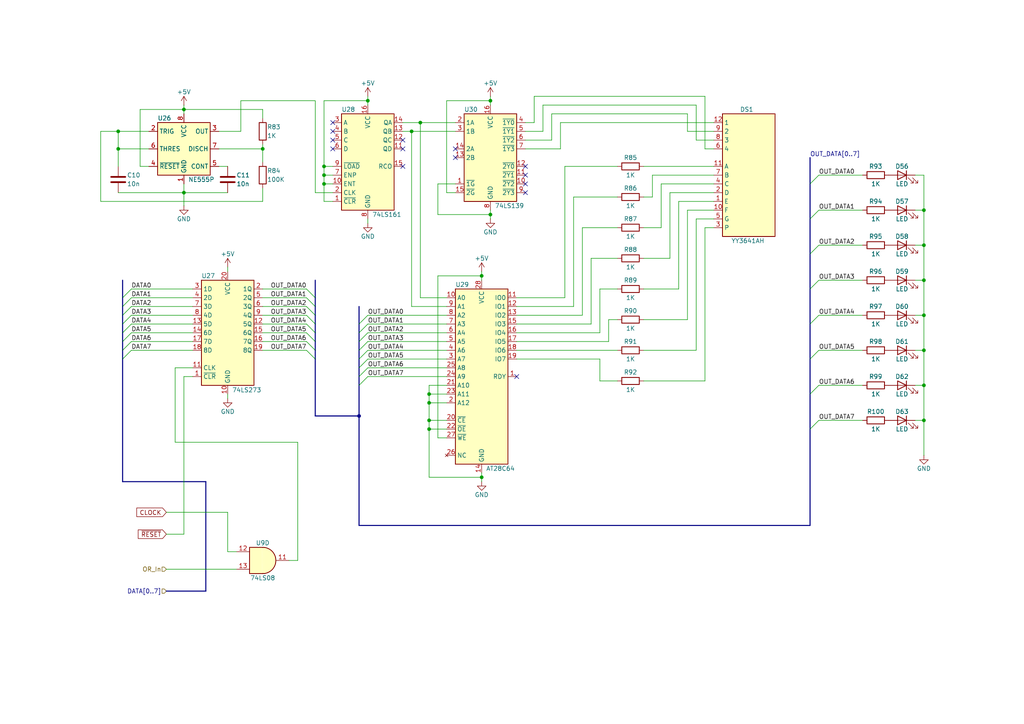
<source format=kicad_sch>
(kicad_sch (version 20231120) (generator "eeschema") (generator_version "8.0")
  (paper "A4")
  (title_block (title "8-Bit Computer - Output Register Module") (date "2024-03-10") (rev "1") (comment 1 "Creator: Matan Brightbert"))
  (lib_symbols
    (symbol "74xx:74LS08" (pin_names (offset 1.016))
      (property "Reference" "U" (at 0 1.27 0))
      (property "Value" "74LS08" (at 0 -1.27 0))
      (symbol "74LS08_1_1"
        (arc (start 0 -3.81) (mid 3.7934 0) (end 0 3.81) (stroke (width 0.254)) (fill (type background)))
        (polyline (pts (xy 0 3.81) (xy -3.81 3.81) (xy -3.81 -3.81) (xy 0 -3.81)) (stroke (width 0.254)) (fill (type background)))
        (pin input line (at -7.62 2.54 0) (length 3.81) (name "~") (number "1"))
        (pin input line (at -7.62 -2.54 0) (length 3.81) (name "~") (number "2"))
        (pin output line (at 7.62 0 180) (length 3.81) (name "~") (number "3"))
      )
      (symbol "74LS08_1_2"
        (arc (start -3.81 -3.81) (mid -2.589 0) (end -3.81 3.81) (stroke (width 0.254)))
        (arc (start -0.6096 -3.81) (mid 2.1842 -2.5851) (end 3.81 0) (stroke (width 0.254)) (fill (type background)))
        (polyline (pts (xy -3.81 -3.81) (xy -0.635 -3.81)) (stroke (width 0.254)) (fill (type background)))
        (polyline (pts (xy -3.81 3.81) (xy -0.635 3.81)) (stroke (width 0.254)) (fill (type background)))
        (polyline (pts (xy -0.635 3.81) (xy -3.81 3.81) (xy -3.81 3.81) (xy -3.556 3.4036) (xy -3.0226 2.2606) (xy -2.6924 1.0414) (xy -2.6162 -0.254) (xy -2.7686 -1.4986) (xy -3.175 -2.7178) (xy -3.81 -3.81) (xy -3.81 -3.81) (xy -0.635 -3.81)) (stroke (width -25.4)) (fill (type background)))
        (arc (start 3.81 0) (mid 2.1915 2.5936) (end -0.6096 3.81) (stroke (width 0.254)) (fill (type background)))
        (pin input inverted (at -7.62 2.54 0) (length 4.318) (name "~") (number "1"))
        (pin input inverted (at -7.62 -2.54 0) (length 4.318) (name "~") (number "2"))
        (pin output inverted (at 7.62 0 180) (length 3.81) (name "~") (number "3"))
      )
      (symbol "74LS08_2_1"
        (arc (start 0 -3.81) (mid 3.7934 0) (end 0 3.81) (stroke (width 0.254)) (fill (type background)))
        (polyline (pts (xy 0 3.81) (xy -3.81 3.81) (xy -3.81 -3.81) (xy 0 -3.81)) (stroke (width 0.254)) (fill (type background)))
        (pin input line (at -7.62 2.54 0) (length 3.81) (name "~") (number "4"))
        (pin input line (at -7.62 -2.54 0) (length 3.81) (name "~") (number "5"))
        (pin output line (at 7.62 0 180) (length 3.81) (name "~") (number "6"))
      )
      (symbol "74LS08_2_2"
        (arc (start -3.81 -3.81) (mid -2.589 0) (end -3.81 3.81) (stroke (width 0.254)))
        (arc (start -0.6096 -3.81) (mid 2.1842 -2.5851) (end 3.81 0) (stroke (width 0.254)) (fill (type background)))
        (polyline (pts (xy -3.81 -3.81) (xy -0.635 -3.81)) (stroke (width 0.254)) (fill (type background)))
        (polyline (pts (xy -3.81 3.81) (xy -0.635 3.81)) (stroke (width 0.254)) (fill (type background)))
        (polyline (pts (xy -0.635 3.81) (xy -3.81 3.81) (xy -3.81 3.81) (xy -3.556 3.4036) (xy -3.0226 2.2606) (xy -2.6924 1.0414) (xy -2.6162 -0.254) (xy -2.7686 -1.4986) (xy -3.175 -2.7178) (xy -3.81 -3.81) (xy -3.81 -3.81) (xy -0.635 -3.81)) (stroke (width -25.4)) (fill (type background)))
        (arc (start 3.81 0) (mid 2.1915 2.5936) (end -0.6096 3.81) (stroke (width 0.254)) (fill (type background)))
        (pin input inverted (at -7.62 2.54 0) (length 4.318) (name "~") (number "4"))
        (pin input inverted (at -7.62 -2.54 0) (length 4.318) (name "~") (number "5"))
        (pin output inverted (at 7.62 0 180) (length 3.81) (name "~") (number "6"))
      )
      (symbol "74LS08_3_1"
        (arc (start 0 -3.81) (mid 3.7934 0) (end 0 3.81) (stroke (width 0.254)) (fill (type background)))
        (polyline (pts (xy 0 3.81) (xy -3.81 3.81) (xy -3.81 -3.81) (xy 0 -3.81)) (stroke (width 0.254)) (fill (type background)))
        (pin input line (at -7.62 -2.54 0) (length 3.81) (name "~") (number "10"))
        (pin output line (at 7.62 0 180) (length 3.81) (name "~") (number "8"))
        (pin input line (at -7.62 2.54 0) (length 3.81) (name "~") (number "9"))
      )
      (symbol "74LS08_3_2"
        (arc (start -3.81 -3.81) (mid -2.589 0) (end -3.81 3.81) (stroke (width 0.254)))
        (arc (start -0.6096 -3.81) (mid 2.1842 -2.5851) (end 3.81 0) (stroke (width 0.254)) (fill (type background)))
        (polyline (pts (xy -3.81 -3.81) (xy -0.635 -3.81)) (stroke (width 0.254)) (fill (type background)))
        (polyline (pts (xy -3.81 3.81) (xy -0.635 3.81)) (stroke (width 0.254)) (fill (type background)))
        (polyline (pts (xy -0.635 3.81) (xy -3.81 3.81) (xy -3.81 3.81) (xy -3.556 3.4036) (xy -3.0226 2.2606) (xy -2.6924 1.0414) (xy -2.6162 -0.254) (xy -2.7686 -1.4986) (xy -3.175 -2.7178) (xy -3.81 -3.81) (xy -3.81 -3.81) (xy -0.635 -3.81)) (stroke (width -25.4)) (fill (type background)))
        (arc (start 3.81 0) (mid 2.1915 2.5936) (end -0.6096 3.81) (stroke (width 0.254)) (fill (type background)))
        (pin input inverted (at -7.62 -2.54 0) (length 4.318) (name "~") (number "10"))
        (pin output inverted (at 7.62 0 180) (length 3.81) (name "~") (number "8"))
        (pin input inverted (at -7.62 2.54 0) (length 4.318) (name "~") (number "9"))
      )
      (symbol "74LS08_4_1"
        (arc (start 0 -3.81) (mid 3.7934 0) (end 0 3.81) (stroke (width 0.254)) (fill (type background)))
        (polyline (pts (xy 0 3.81) (xy -3.81 3.81) (xy -3.81 -3.81) (xy 0 -3.81)) (stroke (width 0.254)) (fill (type background)))
        (pin output line (at 7.62 0 180) (length 3.81) (name "~") (number "11"))
        (pin input line (at -7.62 2.54 0) (length 3.81) (name "~") (number "12"))
        (pin input line (at -7.62 -2.54 0) (length 3.81) (name "~") (number "13"))
      )
      (symbol "74LS08_4_2"
        (arc (start -3.81 -3.81) (mid -2.589 0) (end -3.81 3.81) (stroke (width 0.254)))
        (arc (start -0.6096 -3.81) (mid 2.1842 -2.5851) (end 3.81 0) (stroke (width 0.254)) (fill (type background)))
        (polyline (pts (xy -3.81 -3.81) (xy -0.635 -3.81)) (stroke (width 0.254)) (fill (type background)))
        (polyline (pts (xy -3.81 3.81) (xy -0.635 3.81)) (stroke (width 0.254)) (fill (type background)))
        (polyline (pts (xy -0.635 3.81) (xy -3.81 3.81) (xy -3.81 3.81) (xy -3.556 3.4036) (xy -3.0226 2.2606) (xy -2.6924 1.0414) (xy -2.6162 -0.254) (xy -2.7686 -1.4986) (xy -3.175 -2.7178) (xy -3.81 -3.81) (xy -3.81 -3.81) (xy -0.635 -3.81)) (stroke (width -25.4)) (fill (type background)))
        (arc (start 3.81 0) (mid 2.1915 2.5936) (end -0.6096 3.81) (stroke (width 0.254)) (fill (type background)))
        (pin output inverted (at 7.62 0 180) (length 3.81) (name "~") (number "11"))
        (pin input inverted (at -7.62 2.54 0) (length 4.318) (name "~") (number "12"))
        (pin input inverted (at -7.62 -2.54 0) (length 4.318) (name "~") (number "13"))
      )
      (symbol "74LS08_5_0"
        (pin power_in line (at 0 12.7 270) (length 5.08) (name "VCC") (number "14"))
        (pin power_in line (at 0 -12.7 90) (length 5.08) (name "GND") (number "7"))
      )
      (symbol "74LS08_5_1"
        (rectangle (start -5.08 7.62) (end 5.08 -7.62) (stroke (width 0.254)) (fill (type background)))
      )
    )
    (symbol "Custom:74LS139"
      (property "Reference" "U" (at -7.62 13.97 0))
      (property "Value" "74LS139" (at 1.27 -13.97 0))
      (symbol "74LS139_0_1"
        (rectangle (start -7.62 12.7) (end 7.62 -12.7) (stroke (width 0.254)) (fill (type background)))
      )
      (symbol "74LS139_1_1"
        (pin input line (at -10.16 -7.62 0) (length 2.54) (name "~{1G}") (number "1"))
        (pin tri_state line (at 10.16 -7.62 180) (length 2.54) (name "~{2Y2}") (number "10"))
        (pin tri_state line (at 10.16 -5.08 180) (length 2.54) (name "~{2Y1}") (number "11"))
        (pin tri_state line (at 10.16 -2.54 180) (length 2.54) (name "~{2Y0}") (number "12"))
        (pin input line (at -10.16 0 0) (length 2.54) (name "2B") (number "13"))
        (pin input line (at -10.16 2.54 0) (length 2.54) (name "2A") (number "14"))
        (pin input line (at -10.16 -10.16 0) (length 2.54) (name "~{2G}") (number "15"))
        (pin power_in line (at 0 15.24 270) (length 2.54) (name "VCC") (number "16"))
        (pin input line (at -10.16 10.16 0) (length 2.54) (name "1A") (number "2"))
        (pin input line (at -10.16 7.62 0) (length 2.54) (name "1B") (number "3"))
        (pin tri_state line (at 10.16 10.16 180) (length 2.54) (name "~{1Y0}") (number "4"))
        (pin tri_state line (at 10.16 7.62 180) (length 2.54) (name "~{1Y1}") (number "5"))
        (pin tri_state line (at 10.16 5.08 180) (length 2.54) (name "~{1Y2}") (number "6"))
        (pin tri_state line (at 10.16 2.54 180) (length 2.54) (name "~{1Y3}") (number "7"))
        (pin power_in line (at 0 -15.24 90) (length 2.54) (name "GND") (number "8"))
        (pin tri_state line (at 10.16 -10.16 180) (length 2.54) (name "~{2Y3}") (number "9"))
      )
    )
    (symbol "Custom:74LS161"
      (property "Reference" "U" (at -7.62 15.24 0))
      (property "Value" "74LS161" (at 1.27 -15.24 0))
      (symbol "74LS161_0_1"
        (rectangle (start -7.62 13.97) (end 7.62 -13.97) (stroke (width 0.254)) (fill (type background)))
      )
      (symbol "74LS161_1_1"
        (pin input line (at -10.16 -11.43 0) (length 2.54) (name "~{CLR}") (number "1"))
        (pin input line (at -10.16 -6.35 0) (length 2.54) (name "ENT") (number "10"))
        (pin output line (at 10.16 3.81 180) (length 2.54) (name "QD") (number "11"))
        (pin output line (at 10.16 6.35 180) (length 2.54) (name "QC") (number "12"))
        (pin output line (at 10.16 8.89 180) (length 2.54) (name "QB") (number "13"))
        (pin output line (at 10.16 11.43 180) (length 2.54) (name "QA") (number "14"))
        (pin output line (at 10.16 -1.27 180) (length 2.54) (name "RCO") (number "15"))
        (pin power_in line (at 0 16.51 270) (length 2.54) (name "VCC") (number "16"))
        (pin input line (at -10.16 -8.89 0) (length 2.54) (name "CLK") (number "2"))
        (pin input line (at -10.16 11.43 0) (length 2.54) (name "A") (number "3"))
        (pin input line (at -10.16 8.89 0) (length 2.54) (name "B") (number "4"))
        (pin input line (at -10.16 6.35 0) (length 2.54) (name "C") (number "5"))
        (pin input line (at -10.16 3.81 0) (length 2.54) (name "D") (number "6"))
        (pin input line (at -10.16 -3.81 0) (length 2.54) (name "ENP") (number "7"))
        (pin power_in line (at 0 -16.51 90) (length 2.54) (name "GND") (number "8"))
        (pin input line (at -10.16 -1.27 0) (length 2.54) (name "~{LOAD}") (number "9"))
      )
    )
    (symbol "Custom:74LS273"
      (property "Reference" "U" (at -7.62 16.51 0))
      (property "Value" "74LS273" (at 1.27 -16.51 0))
      (symbol "74LS273_0_1"
        (rectangle (start -7.62 15.24) (end 7.62 -15.24) (stroke (width 0.254)) (fill (type background)))
      )
      (symbol "74LS273_1_1"
        (pin input line (at -10.16 -12.7 0) (length 2.54) (name "~{CLR}") (number "1"))
        (pin power_in line (at 0 -17.78 90) (length 2.54) (name "GND") (number "10"))
        (pin input line (at -10.16 -10.16 0) (length 2.54) (name "CLK") (number "11"))
        (pin output line (at 10.16 2.54 180) (length 2.54) (name "5Q") (number "12"))
        (pin input line (at -10.16 2.54 0) (length 2.54) (name "5D") (number "13"))
        (pin input line (at -10.16 0 0) (length 2.54) (name "6D") (number "14"))
        (pin output line (at 10.16 0 180) (length 2.54) (name "6Q") (number "15"))
        (pin output line (at 10.16 -2.54 180) (length 2.54) (name "7Q") (number "16"))
        (pin input line (at -10.16 -2.54 0) (length 2.54) (name "7D") (number "17"))
        (pin input line (at -10.16 -5.08 0) (length 2.54) (name "8D") (number "18"))
        (pin output line (at 10.16 -5.08 180) (length 2.54) (name "8Q") (number "19"))
        (pin output line (at 10.16 12.7 180) (length 2.54) (name "1Q") (number "2"))
        (pin power_in line (at 0 17.78 270) (length 2.54) (name "VCC") (number "20"))
        (pin input line (at -10.16 12.7 0) (length 2.54) (name "1D") (number "3"))
        (pin input line (at -10.16 10.16 0) (length 2.54) (name "2D") (number "4"))
        (pin output line (at 10.16 10.16 180) (length 2.54) (name "2Q") (number "5"))
        (pin output line (at 10.16 7.62 180) (length 2.54) (name "3Q") (number "6"))
        (pin input line (at -10.16 7.62 0) (length 2.54) (name "3D") (number "7"))
        (pin input line (at -10.16 5.08 0) (length 2.54) (name "4D") (number "8"))
        (pin output line (at 10.16 5.08 180) (length 2.54) (name "4Q") (number "9"))
      )
    )
    (symbol "Custom:AT28C64"
      (property "Reference" "U" (at -7.62 26.67 0))
      (property "Value" "AT28C64" (at 1.27 -26.67 0))
      (symbol "AT28C64_0_1"
        (rectangle (start -7.62 25.4) (end 7.62 -25.4) (stroke (width 0.254)) (fill (type background)))
      )
      (symbol "AT28C64_1_1"
        (pin output line (at 10.16 0 180) (length 2.54) (name "RDY") (number "1"))
        (pin input line (at -10.16 22.86 0) (length 2.54) (name "A0") (number "10"))
        (pin bidirectional line (at 10.16 22.86 180) (length 2.54) (name "IO0") (number "11"))
        (pin bidirectional line (at 10.16 20.32 180) (length 2.54) (name "IO1") (number "12"))
        (pin bidirectional line (at 10.16 17.78 180) (length 2.54) (name "IO2") (number "13"))
        (pin power_in line (at 0 -27.94 90) (length 2.54) (name "GND") (number "14"))
        (pin bidirectional line (at 10.16 15.24 180) (length 2.54) (name "IO3") (number "15"))
        (pin bidirectional line (at 10.16 12.7 180) (length 2.54) (name "IO4") (number "16"))
        (pin bidirectional line (at 10.16 10.16 180) (length 2.54) (name "IO5") (number "17"))
        (pin bidirectional line (at 10.16 7.62 180) (length 2.54) (name "IO6") (number "18"))
        (pin bidirectional line (at 10.16 5.08 180) (length 2.54) (name "IO7") (number "19"))
        (pin input line (at -10.16 -7.62 0) (length 2.54) (name "A12") (number "2"))
        (pin input line (at -10.16 -12.7 0) (length 2.54) (name "~{CE}") (number "20"))
        (pin input line (at -10.16 -2.54 0) (length 2.54) (name "A10") (number "21"))
        (pin input line (at -10.16 -15.24 0) (length 2.54) (name "~{OE}") (number "22"))
        (pin input line (at -10.16 -5.08 0) (length 2.54) (name "A11") (number "23"))
        (pin input line (at -10.16 0 0) (length 2.54) (name "A9") (number "24"))
        (pin input line (at -10.16 2.54 0) (length 2.54) (name "A8") (number "25"))
        (pin no_connect line (at -10.16 -22.86 0) (length 2.54) (name "NC") (number "26"))
        (pin input line (at -10.16 -17.78 0) (length 2.54) (name "~{WE}") (number "27"))
        (pin power_in line (at 0 27.94 270) (length 2.54) (name "VCC") (number "28"))
        (pin input line (at -10.16 5.08 0) (length 2.54) (name "A7") (number "3"))
        (pin input line (at -10.16 7.62 0) (length 2.54) (name "A6") (number "4"))
        (pin input line (at -10.16 10.16 0) (length 2.54) (name "A5") (number "5"))
        (pin input line (at -10.16 12.7 0) (length 2.54) (name "A4") (number "6"))
        (pin input line (at -10.16 15.24 0) (length 2.54) (name "A3") (number "7"))
        (pin input line (at -10.16 17.78 0) (length 2.54) (name "A2") (number "8"))
        (pin input line (at -10.16 20.32 0) (length 2.54) (name "A1") (number "9"))
      )
    )
    (symbol "Custom:NE555P"
      (property "Reference" "U" (at -7.62 8.89 0))
      (property "Value" "NE555P" (at 1.27 -8.89 0))
      (symbol "NE555P_0_1"
        (rectangle (start -7.62 7.62) (end 7.62 -7.62) (stroke (width 0.254)) (fill (type background)))
      )
      (symbol "NE555P_1_1"
        (pin power_in line (at 0 -10.16 90) (length 2.54) (name "GND") (number "1"))
        (pin input line (at -10.16 5.08 0) (length 2.54) (name "TRIG") (number "2"))
        (pin output line (at 10.16 5.08 180) (length 2.54) (name "OUT") (number "3"))
        (pin input line (at -10.16 -5.08 0) (length 2.54) (name "~{RESET}") (number "4"))
        (pin bidirectional line (at 10.16 -5.08 180) (length 2.54) (name "CONT") (number "5"))
        (pin input line (at -10.16 0 0) (length 2.54) (name "THRES") (number "6"))
        (pin output line (at 10.16 0 180) (length 2.54) (name "DISCH") (number "7"))
        (pin power_in line (at 0 10.16 270) (length 2.54) (name "VCC") (number "8"))
      )
    )
    (symbol "Custom:YY3641AH"
      (property "Reference" "DS" (at -7.62 19.05 0))
      (property "Value" "YY3641AH" (at 1.27 -19.05 0))
      (symbol "YY3641AH_0_1"
        (rectangle (start -7.62 17.78) (end 7.62 -17.78) (stroke (width 0.254)) (fill (type background)))
      )
      (symbol "YY3641AH_1_1"
        (pin passive line (at -10.16 -7.62 0) (length 2.54) (name "E") (number "1"))
        (pin passive line (at -10.16 -10.16 0) (length 2.54) (name "F") (number "10"))
        (pin passive line (at -10.16 2.54 0) (length 2.54) (name "A") (number "11"))
        (pin passive line (at -10.16 15.24 0) (length 2.54) (name "1") (number "12"))
        (pin passive line (at -10.16 -5.08 0) (length 2.54) (name "D") (number "2"))
        (pin passive line (at -10.16 -15.24 0) (length 2.54) (name "P") (number "3"))
        (pin passive line (at -10.16 -2.54 0) (length 2.54) (name "C") (number "4"))
        (pin passive line (at -10.16 -12.7 0) (length 2.54) (name "G") (number "5"))
        (pin passive line (at -10.16 7.62 0) (length 2.54) (name "4") (number "6"))
        (pin passive line (at -10.16 0 0) (length 2.54) (name "B") (number "7"))
        (pin passive line (at -10.16 10.16 0) (length 2.54) (name "3") (number "8"))
        (pin passive line (at -10.16 12.7 0) (length 2.54) (name "2") (number "9"))
      )
    )
    (symbol "Device:C" (pin_numbers hide) (pin_names (offset 0.254))
      (property "Reference" "C" (at 0.635 2.54 0))
      (property "Value" "C" (at 0.635 -2.54 0))
      (symbol "C_0_1"
        (polyline (pts (xy -2.032 -0.762) (xy 2.032 -0.762)) (stroke (width 0.508)))
        (polyline (pts (xy -2.032 0.762) (xy 2.032 0.762)) (stroke (width 0.508)))
      )
      (symbol "C_1_1"
        (pin passive line (at 0 3.81 270) (length 2.794) (name "~") (number "1"))
        (pin passive line (at 0 -3.81 90) (length 2.794) (name "~") (number "2"))
      )
    )
    (symbol "Device:LED" (pin_numbers hide) (pin_names (offset 1.016) hide)
      (property "Reference" "D" (at 0 2.54 0))
      (property "Value" "LED" (at 0 -2.54 0))
      (symbol "LED_0_1"
        (polyline (pts (xy -1.27 -1.27) (xy -1.27 1.27)) (stroke (width 0.254)))
        (polyline (pts (xy -1.27 0) (xy 1.27 0)))
        (polyline (pts (xy 1.27 -1.27) (xy 1.27 1.27) (xy -1.27 0) (xy 1.27 -1.27)) (stroke (width 0.254)))
        (polyline (pts (xy -3.048 -0.762) (xy -4.572 -2.286) (xy -3.81 -2.286) (xy -4.572 -2.286) (xy -4.572 -1.524)))
        (polyline (pts (xy -1.778 -0.762) (xy -3.302 -2.286) (xy -2.54 -2.286) (xy -3.302 -2.286) (xy -3.302 -1.524)))
      )
      (symbol "LED_1_1"
        (pin passive line (at -3.81 0 0) (length 2.54) (name "K") (number "1"))
        (pin passive line (at 3.81 0 180) (length 2.54) (name "A") (number "2"))
      )
    )
    (symbol "Device:R" (pin_numbers hide) (pin_names (offset 0))
      (property "Reference" "R" (at 2.032 0 90))
      (property "Value" "R" (at 0 0 90))
      (symbol "R_0_1"
        (rectangle (start -1.016 -2.54) (end 1.016 2.54) (stroke (width 0.254)))
      )
      (symbol "R_1_1"
        (pin passive line (at 0 3.81 270) (length 1.27) (name "~") (number "1"))
        (pin passive line (at 0 -3.81 90) (length 1.27) (name "~") (number "2"))
      )
    )
    (symbol "power:+5V" (power) (pin_numbers hide) (pin_names (offset 0) hide)
      (property "Value" "+5V" (at 0 3.556 0))
      (symbol "+5V_0_1"
        (polyline (pts (xy -0.762 1.27) (xy 0 2.54)))
        (polyline (pts (xy 0 0) (xy 0 2.54)))
        (polyline (pts (xy 0 2.54) (xy 0.762 1.27)))
      )
      (symbol "+5V_1_1"
        (pin power_in line (at 0 0 90) (length 0) (name "~") (number "1"))
      )
    )
    (symbol "power:GND" (power) (pin_numbers hide) (pin_names (offset 0) hide)
      (property "Value" "GND" (at 0 -3.81 0))
      (symbol "GND_0_1"
        (polyline (pts (xy 0 0) (xy 0 -1.27) (xy 1.27 -1.27) (xy 0 -2.54) (xy -1.27 -1.27) (xy 0 -1.27)))
      )
      (symbol "GND_1_1"
        (pin power_in line (at 0 0 270) (length 0) (name "~") (number "1"))
      )
    )
  )
  (junction (at 34.29 43.18))
  (junction (at 104.14 120.65))
  (junction (at 267.97 81.28))
  (junction (at 124.46 124.46))
  (junction (at 124.46 121.92))
  (junction (at 121.92 35.56))
  (junction (at 267.97 91.44))
  (junction (at 142.24 62.23))
  (junction (at 119.38 38.1))
  (junction (at 267.97 71.12))
  (junction (at 93.98 50.8))
  (junction (at 142.24 29.21))
  (junction (at 267.97 101.6))
  (junction (at 267.97 111.76))
  (junction (at 53.34 55.88))
  (junction (at 93.98 48.26))
  (junction (at 267.97 60.96))
  (junction (at 34.29 38.1))
  (junction (at 53.34 31.75))
  (junction (at 267.97 121.92))
  (junction (at 76.2 43.18))
  (junction (at 139.7 138.43))
  (junction (at 93.98 53.34))
  (junction (at 106.68 29.21))
  (junction (at 124.46 116.84))
  (junction (at 139.7 80.01))
  (junction (at 124.46 114.3))
  (no_connect (at 132.08 45.72))
  (no_connect (at 152.4 50.8))
  (no_connect (at 116.84 48.26))
  (no_connect (at 96.52 40.64))
  (no_connect (at 96.52 43.18))
  (no_connect (at 116.84 43.18))
  (no_connect (at 149.86 109.22))
  (no_connect (at 152.4 55.88))
  (no_connect (at 116.84 40.64))
  (no_connect (at 132.08 43.18))
  (no_connect (at 152.4 53.34))
  (no_connect (at 96.52 38.1))
  (no_connect (at 96.52 35.56))
  (no_connect (at 152.4 48.26))
  (bus_entry (at 106.68 104.14) (size -2.54 2.54))
  (bus_entry (at 38.1 86.36) (size -2.54 2.54))
  (bus_entry (at 106.68 91.44) (size -2.54 2.54))
  (bus_entry (at 38.1 83.82) (size -2.54 2.54))
  (bus_entry (at 88.9 96.52) (size 2.54 2.54))
  (bus_entry (at 88.9 91.44) (size 2.54 2.54))
  (bus_entry (at 88.9 93.98) (size 2.54 2.54))
  (bus_entry (at 237.49 91.44) (size -2.54 2.54))
  (bus_entry (at 106.68 101.6) (size -2.54 2.54))
  (bus_entry (at 38.1 96.52) (size -2.54 2.54))
  (bus_entry (at 38.1 99.06) (size -2.54 2.54))
  (bus_entry (at 237.49 81.28) (size -2.54 2.54))
  (bus_entry (at 106.68 106.68) (size -2.54 2.54))
  (bus_entry (at 38.1 101.6) (size -2.54 2.54))
  (bus_entry (at 237.49 60.96) (size -2.54 2.54))
  (bus_entry (at 38.1 91.44) (size -2.54 2.54))
  (bus_entry (at 38.1 93.98) (size -2.54 2.54))
  (bus_entry (at 237.49 50.8) (size -2.54 2.54))
  (bus_entry (at 38.1 88.9) (size -2.54 2.54))
  (bus_entry (at 237.49 111.76) (size -2.54 2.54))
  (bus_entry (at 237.49 101.6) (size -2.54 2.54))
  (bus_entry (at 88.9 101.6) (size 2.54 2.54))
  (bus_entry (at 106.68 109.22) (size -2.54 2.54))
  (bus_entry (at 88.9 99.06) (size 2.54 2.54))
  (bus_entry (at 106.68 96.52) (size -2.54 2.54))
  (bus_entry (at 106.68 93.98) (size -2.54 2.54))
  (bus_entry (at 106.68 99.06) (size -2.54 2.54))
  (bus_entry (at 88.9 86.36) (size 2.54 2.54))
  (bus_entry (at 237.49 121.92) (size -2.54 2.54))
  (bus_entry (at 88.9 83.82) (size 2.54 2.54))
  (bus_entry (at 237.49 71.12) (size -2.54 2.54))
  (bus_entry (at 88.9 88.9) (size 2.54 2.54))
  (bus (pts (xy 35.56 93.98) (xy 35.56 96.52)))
  (wire (pts (xy 53.34 31.75) (xy 76.2 31.75)))
  (bus (pts (xy 91.44 96.52) (xy 91.44 99.06)))
  (wire (pts (xy 186.69 57.15) (xy 189.23 57.15)))
  (wire (pts (xy 265.43 91.44) (xy 267.97 91.44)))
  (wire (pts (xy 50.8 106.68) (xy 50.8 128.27)))
  (wire (pts (xy 106.68 104.14) (xy 129.54 104.14)))
  (wire (pts (xy 250.19 111.76) (xy 237.49 111.76)))
  (wire (pts (xy 189.23 57.15) (xy 189.23 50.8)))
  (bus (pts (xy 234.95 124.46) (xy 234.95 152.4)))
  (wire (pts (xy 160.02 33.02) (xy 199.39 33.02)))
  (wire (pts (xy 163.83 48.26) (xy 179.07 48.26)))
  (wire (pts (xy 129.54 127) (xy 127 127)))
  (bus (pts (xy 234.95 83.82) (xy 234.95 93.98)))
  (wire (pts (xy 162.56 35.56) (xy 207.01 35.56)))
  (wire (pts (xy 69.85 29.21) (xy 91.44 29.21)))
  (wire (pts (xy 86.36 128.27) (xy 86.36 162.56)))
  (wire (pts (xy 53.34 59.69) (xy 53.34 55.88)))
  (wire (pts (xy 142.24 63.5) (xy 142.24 62.23)))
  (wire (pts (xy 176.53 92.71) (xy 179.07 92.71)))
  (wire (pts (xy 34.29 38.1) (xy 43.18 38.1)))
  (bus (pts (xy 91.44 93.98) (xy 91.44 96.52)))
  (wire (pts (xy 199.39 33.02) (xy 199.39 38.1)))
  (wire (pts (xy 127 127) (xy 127 80.01)))
  (bus (pts (xy 234.95 45.72) (xy 234.95 53.34)))
  (wire (pts (xy 53.34 55.88) (xy 66.04 55.88)))
  (bus (pts (xy 104.14 106.68) (xy 104.14 109.22)))
  (wire (pts (xy 91.44 55.88) (xy 96.52 55.88)))
  (wire (pts (xy 267.97 60.96) (xy 267.97 71.12)))
  (wire (pts (xy 186.69 74.93) (xy 194.31 74.93)))
  (bus (pts (xy 104.14 88.9) (xy 104.14 93.98)))
  (wire (pts (xy 139.7 137.16) (xy 139.7 138.43)))
  (wire (pts (xy 106.68 27.94) (xy 106.68 29.21)))
  (bus (pts (xy 104.14 96.52) (xy 104.14 99.06)))
  (wire (pts (xy 267.97 101.6) (xy 265.43 101.6)))
  (wire (pts (xy 124.46 114.3) (xy 124.46 116.84)))
  (bus (pts (xy 91.44 81.28) (xy 91.44 86.36)))
  (wire (pts (xy 63.5 43.18) (xy 76.2 43.18)))
  (wire (pts (xy 76.2 58.42) (xy 76.2 54.61)))
  (wire (pts (xy 267.97 81.28) (xy 265.43 81.28)))
  (wire (pts (xy 250.19 60.96) (xy 237.49 60.96)))
  (wire (pts (xy 132.08 53.34) (xy 127 53.34)))
  (wire (pts (xy 76.2 43.18) (xy 76.2 46.99)))
  (wire (pts (xy 106.68 64.77) (xy 106.68 63.5)))
  (bus (pts (xy 91.44 88.9) (xy 91.44 91.44)))
  (wire (pts (xy 194.31 74.93) (xy 194.31 55.88)))
  (wire (pts (xy 149.86 101.6) (xy 179.07 101.6)))
  (wire (pts (xy 124.46 124.46) (xy 124.46 138.43)))
  (wire (pts (xy 34.29 38.1) (xy 29.21 38.1)))
  (wire (pts (xy 124.46 116.84) (xy 124.46 121.92)))
  (wire (pts (xy 267.97 111.76) (xy 265.43 111.76)))
  (wire (pts (xy 149.86 104.14) (xy 173.99 104.14)))
  (wire (pts (xy 142.24 60.96) (xy 142.24 62.23)))
  (wire (pts (xy 191.77 66.04) (xy 191.77 53.34)))
  (wire (pts (xy 142.24 27.94) (xy 142.24 29.21)))
  (wire (pts (xy 116.84 35.56) (xy 121.92 35.56)))
  (wire (pts (xy 127 53.34) (xy 127 62.23)))
  (wire (pts (xy 204.47 110.49) (xy 204.47 66.04)))
  (wire (pts (xy 76.2 99.06) (xy 88.9 99.06)))
  (wire (pts (xy 173.99 96.52) (xy 173.99 83.82)))
  (wire (pts (xy 76.2 88.9) (xy 88.9 88.9)))
  (wire (pts (xy 76.2 41.91) (xy 76.2 43.18)))
  (wire (pts (xy 157.48 30.48) (xy 201.93 30.48)))
  (bus (pts (xy 234.95 53.34) (xy 234.95 63.5)))
  (wire (pts (xy 48.26 148.59) (xy 66.04 148.59)))
  (wire (pts (xy 157.48 38.1) (xy 157.48 30.48)))
  (wire (pts (xy 53.34 31.75) (xy 53.34 33.02)))
  (wire (pts (xy 93.98 50.8) (xy 96.52 50.8)))
  (wire (pts (xy 166.37 88.9) (xy 166.37 57.15)))
  (bus (pts (xy 91.44 86.36) (xy 91.44 88.9)))
  (wire (pts (xy 106.68 96.52) (xy 129.54 96.52)))
  (wire (pts (xy 154.94 27.94) (xy 204.47 27.94)))
  (bus (pts (xy 35.56 139.7) (xy 59.69 139.7)))
  (wire (pts (xy 267.97 71.12) (xy 265.43 71.12)))
  (wire (pts (xy 34.29 43.18) (xy 43.18 43.18)))
  (wire (pts (xy 63.5 48.26) (xy 66.04 48.26)))
  (wire (pts (xy 53.34 55.88) (xy 53.34 53.34)))
  (wire (pts (xy 124.46 116.84) (xy 129.54 116.84)))
  (bus (pts (xy 91.44 104.14) (xy 91.44 120.65)))
  (wire (pts (xy 201.93 101.6) (xy 201.93 63.5)))
  (wire (pts (xy 152.4 38.1) (xy 157.48 38.1)))
  (bus (pts (xy 234.95 104.14) (xy 234.95 114.3)))
  (wire (pts (xy 121.92 35.56) (xy 132.08 35.56)))
  (bus (pts (xy 234.95 73.66) (xy 234.95 83.82)))
  (wire (pts (xy 186.69 92.71) (xy 199.39 92.71)))
  (wire (pts (xy 160.02 40.64) (xy 160.02 33.02)))
  (wire (pts (xy 166.37 57.15) (xy 179.07 57.15)))
  (wire (pts (xy 66.04 115.57) (xy 66.04 114.3)))
  (wire (pts (xy 127 80.01) (xy 139.7 80.01)))
  (wire (pts (xy 93.98 48.26) (xy 96.52 48.26)))
  (wire (pts (xy 173.99 110.49) (xy 179.07 110.49)))
  (wire (pts (xy 129.54 121.92) (xy 124.46 121.92)))
  (bus (pts (xy 35.56 104.14) (xy 35.56 139.7)))
  (bus (pts (xy 91.44 91.44) (xy 91.44 93.98)))
  (bus (pts (xy 234.95 114.3) (xy 234.95 124.46)))
  (bus (pts (xy 35.56 81.28) (xy 35.56 86.36)))
  (wire (pts (xy 204.47 43.18) (xy 207.01 43.18)))
  (bus (pts (xy 104.14 93.98) (xy 104.14 96.52)))
  (wire (pts (xy 201.93 40.64) (xy 207.01 40.64)))
  (wire (pts (xy 34.29 55.88) (xy 53.34 55.88)))
  (wire (pts (xy 93.98 58.42) (xy 93.98 53.34)))
  (wire (pts (xy 86.36 162.56) (xy 83.82 162.56)))
  (wire (pts (xy 139.7 80.01) (xy 139.7 81.28)))
  (wire (pts (xy 38.1 83.82) (xy 55.88 83.82)))
  (wire (pts (xy 267.97 60.96) (xy 265.43 60.96)))
  (wire (pts (xy 119.38 38.1) (xy 119.38 88.9)))
  (wire (pts (xy 106.68 109.22) (xy 129.54 109.22)))
  (bus (pts (xy 104.14 101.6) (xy 104.14 104.14)))
  (wire (pts (xy 250.19 101.6) (xy 237.49 101.6)))
  (wire (pts (xy 38.1 88.9) (xy 55.88 88.9)))
  (wire (pts (xy 250.19 50.8) (xy 237.49 50.8)))
  (wire (pts (xy 267.97 81.28) (xy 267.97 91.44)))
  (wire (pts (xy 38.1 101.6) (xy 55.88 101.6)))
  (wire (pts (xy 201.93 63.5) (xy 207.01 63.5)))
  (wire (pts (xy 171.45 93.98) (xy 171.45 74.93)))
  (wire (pts (xy 76.2 83.82) (xy 88.9 83.82)))
  (wire (pts (xy 93.98 53.34) (xy 96.52 53.34)))
  (wire (pts (xy 40.64 48.26) (xy 40.64 31.75)))
  (wire (pts (xy 189.23 50.8) (xy 207.01 50.8)))
  (wire (pts (xy 38.1 93.98) (xy 55.88 93.98)))
  (wire (pts (xy 129.54 124.46) (xy 124.46 124.46)))
  (wire (pts (xy 267.97 121.92) (xy 265.43 121.92)))
  (bus (pts (xy 104.14 104.14) (xy 104.14 106.68)))
  (wire (pts (xy 66.04 77.47) (xy 66.04 78.74)))
  (wire (pts (xy 250.19 121.92) (xy 237.49 121.92)))
  (wire (pts (xy 106.68 106.68) (xy 129.54 106.68)))
  (wire (pts (xy 194.31 55.88) (xy 207.01 55.88)))
  (wire (pts (xy 267.97 50.8) (xy 267.97 60.96)))
  (wire (pts (xy 124.46 121.92) (xy 124.46 124.46)))
  (wire (pts (xy 173.99 104.14) (xy 173.99 110.49)))
  (wire (pts (xy 34.29 43.18) (xy 34.29 48.26)))
  (wire (pts (xy 196.85 83.82) (xy 196.85 58.42)))
  (wire (pts (xy 38.1 96.52) (xy 55.88 96.52)))
  (wire (pts (xy 250.19 81.28) (xy 237.49 81.28)))
  (wire (pts (xy 91.44 29.21) (xy 91.44 55.88)))
  (wire (pts (xy 267.97 111.76) (xy 267.97 121.92)))
  (bus (pts (xy 104.14 109.22) (xy 104.14 111.76)))
  (wire (pts (xy 106.68 29.21) (xy 106.68 30.48)))
  (wire (pts (xy 96.52 58.42) (xy 93.98 58.42)))
  (wire (pts (xy 139.7 78.74) (xy 139.7 80.01)))
  (bus (pts (xy 104.14 120.65) (xy 104.14 152.4)))
  (bus (pts (xy 35.56 91.44) (xy 35.56 93.98)))
  (wire (pts (xy 40.64 31.75) (xy 53.34 31.75)))
  (wire (pts (xy 186.69 48.26) (xy 207.01 48.26)))
  (wire (pts (xy 124.46 111.76) (xy 124.46 114.3)))
  (wire (pts (xy 149.86 88.9) (xy 166.37 88.9)))
  (wire (pts (xy 168.91 91.44) (xy 168.91 66.04)))
  (wire (pts (xy 173.99 83.82) (xy 179.07 83.82)))
  (wire (pts (xy 132.08 55.88) (xy 129.54 55.88)))
  (wire (pts (xy 204.47 66.04) (xy 207.01 66.04)))
  (wire (pts (xy 152.4 43.18) (xy 162.56 43.18)))
  (bus (pts (xy 59.69 171.45) (xy 48.26 171.45)))
  (wire (pts (xy 38.1 99.06) (xy 55.88 99.06)))
  (bus (pts (xy 35.56 96.52) (xy 35.56 99.06)))
  (wire (pts (xy 191.77 53.34) (xy 207.01 53.34)))
  (bus (pts (xy 35.56 101.6) (xy 35.56 104.14)))
  (wire (pts (xy 186.69 66.04) (xy 191.77 66.04)))
  (bus (pts (xy 59.69 139.7) (xy 59.69 171.45)))
  (bus (pts (xy 91.44 120.65) (xy 104.14 120.65)))
  (wire (pts (xy 53.34 30.48) (xy 53.34 31.75)))
  (wire (pts (xy 76.2 93.98) (xy 88.9 93.98)))
  (wire (pts (xy 129.54 86.36) (xy 121.92 86.36)))
  (wire (pts (xy 199.39 38.1) (xy 207.01 38.1)))
  (wire (pts (xy 267.97 71.12) (xy 267.97 81.28)))
  (wire (pts (xy 250.19 71.12) (xy 237.49 71.12)))
  (wire (pts (xy 93.98 50.8) (xy 93.98 48.26)))
  (wire (pts (xy 76.2 31.75) (xy 76.2 34.29)))
  (wire (pts (xy 106.68 101.6) (xy 129.54 101.6)))
  (wire (pts (xy 76.2 101.6) (xy 88.9 101.6)))
  (wire (pts (xy 76.2 91.44) (xy 88.9 91.44)))
  (wire (pts (xy 149.86 93.98) (xy 171.45 93.98)))
  (wire (pts (xy 186.69 101.6) (xy 201.93 101.6)))
  (wire (pts (xy 66.04 160.02) (xy 68.58 160.02)))
  (wire (pts (xy 149.86 99.06) (xy 176.53 99.06)))
  (wire (pts (xy 119.38 88.9) (xy 129.54 88.9)))
  (wire (pts (xy 106.68 99.06) (xy 129.54 99.06)))
  (wire (pts (xy 204.47 27.94) (xy 204.47 43.18)))
  (wire (pts (xy 29.21 58.42) (xy 76.2 58.42)))
  (wire (pts (xy 48.26 165.1) (xy 68.58 165.1)))
  (wire (pts (xy 69.85 38.1) (xy 69.85 29.21)))
  (wire (pts (xy 106.68 93.98) (xy 129.54 93.98)))
  (wire (pts (xy 93.98 29.21) (xy 106.68 29.21)))
  (wire (pts (xy 267.97 101.6) (xy 267.97 111.76)))
  (wire (pts (xy 121.92 86.36) (xy 121.92 35.56)))
  (bus (pts (xy 234.95 63.5) (xy 234.95 73.66)))
  (wire (pts (xy 116.84 38.1) (xy 119.38 38.1)))
  (wire (pts (xy 38.1 86.36) (xy 55.88 86.36)))
  (wire (pts (xy 176.53 99.06) (xy 176.53 92.71)))
  (wire (pts (xy 76.2 86.36) (xy 88.9 86.36)))
  (wire (pts (xy 129.54 111.76) (xy 124.46 111.76)))
  (wire (pts (xy 53.34 109.22) (xy 53.34 154.94)))
  (wire (pts (xy 55.88 106.68) (xy 50.8 106.68)))
  (wire (pts (xy 50.8 128.27) (xy 86.36 128.27)))
  (bus (pts (xy 91.44 99.06) (xy 91.44 101.6)))
  (wire (pts (xy 149.86 96.52) (xy 173.99 96.52)))
  (wire (pts (xy 106.68 91.44) (xy 129.54 91.44)))
  (wire (pts (xy 66.04 148.59) (xy 66.04 160.02)))
  (wire (pts (xy 53.34 154.94) (xy 48.26 154.94)))
  (wire (pts (xy 265.43 50.8) (xy 267.97 50.8)))
  (wire (pts (xy 124.46 114.3) (xy 129.54 114.3)))
  (wire (pts (xy 93.98 53.34) (xy 93.98 50.8)))
  (wire (pts (xy 129.54 29.21) (xy 142.24 29.21)))
  (wire (pts (xy 168.91 66.04) (xy 179.07 66.04)))
  (wire (pts (xy 267.97 91.44) (xy 267.97 101.6)))
  (wire (pts (xy 163.83 86.36) (xy 163.83 48.26)))
  (wire (pts (xy 201.93 30.48) (xy 201.93 40.64)))
  (wire (pts (xy 196.85 58.42) (xy 207.01 58.42)))
  (wire (pts (xy 186.69 83.82) (xy 196.85 83.82)))
  (wire (pts (xy 76.2 96.52) (xy 88.9 96.52)))
  (bus (pts (xy 104.14 99.06) (xy 104.14 101.6)))
  (wire (pts (xy 186.69 110.49) (xy 204.47 110.49)))
  (wire (pts (xy 119.38 38.1) (xy 132.08 38.1)))
  (wire (pts (xy 152.4 35.56) (xy 154.94 35.56)))
  (wire (pts (xy 63.5 38.1) (xy 69.85 38.1)))
  (wire (pts (xy 199.39 92.71) (xy 199.39 60.96)))
  (wire (pts (xy 162.56 43.18) (xy 162.56 35.56)))
  (wire (pts (xy 127 62.23) (xy 142.24 62.23)))
  (bus (pts (xy 234.95 93.98) (xy 234.95 104.14)))
  (wire (pts (xy 199.39 60.96) (xy 207.01 60.96)))
  (wire (pts (xy 124.46 138.43) (xy 139.7 138.43)))
  (wire (pts (xy 43.18 48.26) (xy 40.64 48.26)))
  (wire (pts (xy 154.94 35.56) (xy 154.94 27.94)))
  (wire (pts (xy 139.7 138.43) (xy 139.7 139.7)))
  (wire (pts (xy 171.45 74.93) (xy 179.07 74.93)))
  (wire (pts (xy 55.88 109.22) (xy 53.34 109.22)))
  (bus (pts (xy 35.56 86.36) (xy 35.56 88.9)))
  (wire (pts (xy 29.21 38.1) (xy 29.21 58.42)))
  (bus (pts (xy 91.44 101.6) (xy 91.44 104.14)))
  (bus (pts (xy 104.14 152.4) (xy 234.95 152.4)))
  (bus (pts (xy 104.14 111.76) (xy 104.14 120.65)))
  (wire (pts (xy 267.97 121.92) (xy 267.97 132.08)))
  (bus (pts (xy 35.56 88.9) (xy 35.56 91.44)))
  (wire (pts (xy 93.98 48.26) (xy 93.98 29.21)))
  (wire (pts (xy 34.29 38.1) (xy 34.29 43.18)))
  (wire (pts (xy 149.86 86.36) (xy 163.83 86.36)))
  (wire (pts (xy 152.4 40.64) (xy 160.02 40.64)))
  (wire (pts (xy 149.86 91.44) (xy 168.91 91.44)))
  (wire (pts (xy 38.1 91.44) (xy 55.88 91.44)))
  (wire (pts (xy 142.24 29.21) (xy 142.24 30.48)))
  (wire (pts (xy 250.19 91.44) (xy 237.49 91.44)))
  (bus (pts (xy 35.56 99.06) (xy 35.56 101.6)))
  (wire (pts (xy 129.54 55.88) (xy 129.54 29.21)))
  (label "OUT_DATA1" (at 106.68 93.98 0))
  (label "OUT_DATA[0..7]" (at 234.95 45.72 0))
  (label "OUT_DATA7" (at 106.68 109.22 0))
  (label "OUT_DATA7" (at 237.49 121.92 0))
  (label "OUT_DATA1" (at 88.9 86.36 180))
  (label "OUT_DATA7" (at 88.9 101.6 180))
  (label "OUT_DATA3" (at 106.68 99.06 0))
  (label "OUT_DATA2" (at 237.49 71.12 0))
  (label "DATA4" (at 38.1 93.98 0))
  (label "OUT_DATA6" (at 88.9 99.06 180))
  (label "OUT_DATA6" (at 106.68 106.68 0))
  (label "OUT_DATA5" (at 237.49 101.6 0))
  (label "DATA7" (at 38.1 101.6 0))
  (label "OUT_DATA6" (at 237.49 111.76 0))
  (label "OUT_DATA0" (at 237.49 50.8 0))
  (label "DATA0" (at 38.1 83.82 0))
  (label "OUT_DATA4" (at 88.9 93.98 180))
  (label "DATA3" (at 38.1 91.44 0))
  (label "OUT_DATA3" (at 88.9 91.44 180))
  (label "DATA6" (at 38.1 99.06 0))
  (label "DATA1" (at 38.1 86.36 0))
  (label "OUT_DATA2" (at 88.9 88.9 180))
  (label "OUT_DATA5" (at 88.9 96.52 180))
  (label "OUT_DATA3" (at 237.49 81.28 0))
  (label "DATA2" (at 38.1 88.9 0))
  (label "DATA5" (at 38.1 96.52 0))
  (label "OUT_DATA2" (at 106.68 96.52 0))
  (label "OUT_DATA4" (at 237.49 91.44 0))
  (label "OUT_DATA4" (at 106.68 101.6 0))
  (label "OUT_DATA5" (at 106.68 104.14 0))
  (label "OUT_DATA0" (at 106.68 91.44 0))
  (label "OUT_DATA0" (at 88.9 83.82 180))
  (label "OUT_DATA1" (at 237.49 60.96 0))
  (global_label "CLOCK" (shape input) (at 48.26 148.59 180) (property "Intersheetrefs" "${INTERSHEET_REFS}" (effects (hide yes))))
  (global_label "~{RESET}" (shape input) (at 48.26 154.94 180) (property "Intersheetrefs" "${INTERSHEET_REFS}" (effects (hide yes))))
  (hierarchical_label "DATA[0..7]" (shape input) (at 48.26 171.45 180))
  (hierarchical_label "OR_In" (shape input) (at 48.26 165.1 180))
  (symbol (lib_id "power:+5V") (at 53.34 30.48 0) (unit 1)
    (property "Reference" "#PWR058" (effects (hide yes)))
    (property "Value" "+5V" (at 53.34 26.67 0))
    (property "Description" "Power symbol creates a global label with name \"+5V\"" (effects (hide yes)))
  )
  (symbol (lib_id "Device:R") (at 254 50.8 90) (unit 1)
    (property "Reference" "R93" (at 254 48.26 90))
    (property "Value" "1K" (at 254 53.34 90))
    (property "Footprint" "Resistor_THT:R_Axial_DIN0207_L6.3mm_D2.5mm_P7.62mm_Horizontal" (effects (hide yes)))
    (property "Description" "Resistor" (effects (hide yes)))
  )
  (symbol (lib_id "Device:R") (at 182.88 48.26 90) (unit 1)
    (property "Reference" "R85" (at 182.88 45.72 90))
    (property "Value" "1K" (at 182.88 50.8 90))
    (property "Footprint" "Resistor_THT:R_Axial_DIN0207_L6.3mm_D2.5mm_P7.62mm_Horizontal" (effects (hide yes)))
    (property "Description" "Resistor" (effects (hide yes)))
  )
  (symbol (lib_id "Device:LED") (at 261.62 111.76 0) (mirror y) (unit 1)
    (property "Reference" "D62" (at 261.62 109.22 0))
    (property "Value" "LED" (at 261.62 114.3 0))
    (property "Footprint" "LED_THT:LED_D3.0mm" (effects (hide yes)))
    (property "Description" "Light emitting diode" (effects (hide yes)))
  )
  (symbol (lib_id "Device:R") (at 182.88 101.6 90) (unit 1)
    (property "Reference" "R91" (at 182.88 99.06 90))
    (property "Value" "1K" (at 182.88 104.14 90))
    (property "Footprint" "Resistor_THT:R_Axial_DIN0207_L6.3mm_D2.5mm_P7.62mm_Horizontal" (effects (hide yes)))
    (property "Description" "Resistor" (effects (hide yes)))
  )
  (symbol (lib_id "Device:R") (at 254 60.96 90) (unit 1)
    (property "Reference" "R94" (at 254 58.42 90))
    (property "Value" "1K" (at 254 63.5 90))
    (property "Footprint" "Resistor_THT:R_Axial_DIN0207_L6.3mm_D2.5mm_P7.62mm_Horizontal" (effects (hide yes)))
    (property "Description" "Resistor" (effects (hide yes)))
  )
  (symbol (lib_id "Device:C") (at 34.29 52.07 0) (unit 1)
    (property "Reference" "C10" (at 36.83 50.8 0) (effects (justify left)))
    (property "Value" "10n" (at 36.83 53.34 0) (effects (justify left)))
    (property "Footprint" "Capacitor_THT:C_Disc_D5.1mm_W3.2mm_P5.00mm" (effects (hide yes)))
    (property "Description" "Unpolarized capacitor" (effects (hide yes)))
  )
  (symbol (lib_id "Device:R") (at 182.88 57.15 90) (unit 1)
    (property "Reference" "R86" (at 182.88 54.61 90))
    (property "Value" "1K" (at 182.88 59.69 90))
    (property "Footprint" "Resistor_THT:R_Axial_DIN0207_L6.3mm_D2.5mm_P7.62mm_Horizontal" (effects (hide yes)))
    (property "Description" "Resistor" (effects (hide yes)))
  )
  (symbol (lib_id "Device:LED") (at 261.62 91.44 0) (mirror y) (unit 1)
    (property "Reference" "D60" (at 261.62 88.9 0))
    (property "Value" "LED" (at 261.62 93.98 0))
    (property "Footprint" "LED_THT:LED_D3.0mm" (effects (hide yes)))
    (property "Description" "Light emitting diode" (effects (hide yes)))
  )
  (symbol (lib_id "power:GND") (at 139.7 139.7 0) (unit 1)
    (property "Reference" "#PWR065" (effects (hide yes)))
    (property "Value" "GND" (at 139.7 143.51 0))
    (property "Description" "Power symbol creates a global label with name \"GND\" , ground" (effects (hide yes)))
  )
  (symbol (lib_id "74xx:74LS08") (at 76.2 162.56 0) (unit 4)
    (property "Reference" "U9" (at 76.2 157.48 0))
    (property "Value" "74LS08" (at 76.2 167.64 0))
    (property "Footprint" "Package_DIP:DIP-14_W7.62mm" (effects (hide yes)))
    (property "Datasheet" "http://www.ti.com/lit/gpn/sn74LS08" (effects (hide yes)))
    (property "Description" "Quad And2" (effects (hide yes)))
  )
  (symbol (lib_id "Device:R") (at 254 91.44 90) (unit 1)
    (property "Reference" "R97" (at 254 88.9 90))
    (property "Value" "1K" (at 254 93.98 90))
    (property "Footprint" "Resistor_THT:R_Axial_DIN0207_L6.3mm_D2.5mm_P7.62mm_Horizontal" (effects (hide yes)))
    (property "Description" "Resistor" (effects (hide yes)))
  )
  (symbol (lib_id "power:+5V") (at 66.04 77.47 0) (unit 1)
    (property "Reference" "#PWR060" (effects (hide yes)))
    (property "Value" "+5V" (at 66.04 73.66 0))
    (property "Description" "Power symbol creates a global label with name \"+5V\"" (effects (hide yes)))
  )
  (symbol (lib_id "Device:R") (at 254 101.6 90) (unit 1)
    (property "Reference" "R98" (at 254 99.06 90))
    (property "Value" "1K" (at 254 104.14 90))
    (property "Footprint" "Resistor_THT:R_Axial_DIN0207_L6.3mm_D2.5mm_P7.62mm_Horizontal" (effects (hide yes)))
    (property "Description" "Resistor" (effects (hide yes)))
  )
  (symbol (lib_id "Device:R") (at 182.88 74.93 90) (unit 1)
    (property "Reference" "R88" (at 182.88 72.39 90))
    (property "Value" "1K" (at 182.88 77.47 90))
    (property "Footprint" "Resistor_THT:R_Axial_DIN0207_L6.3mm_D2.5mm_P7.62mm_Horizontal" (effects (hide yes)))
    (property "Description" "Resistor" (effects (hide yes)))
  )
  (symbol (lib_id "Device:R") (at 76.2 50.8 0) (unit 1)
    (property "Reference" "R84" (at 77.47 49.53 0) (effects (justify left)))
    (property "Value" "100K" (at 77.47 52.07 0) (effects (justify left)))
    (property "Footprint" "Resistor_THT:R_Axial_DIN0207_L6.3mm_D2.5mm_P7.62mm_Horizontal" (effects (hide yes)))
    (property "Description" "Resistor" (effects (hide yes)))
  )
  (symbol (lib_id "Device:R") (at 182.88 66.04 90) (unit 1)
    (property "Reference" "R87" (at 182.88 63.5 90))
    (property "Value" "1K" (at 182.88 68.58 90))
    (property "Footprint" "Resistor_THT:R_Axial_DIN0207_L6.3mm_D2.5mm_P7.62mm_Horizontal" (effects (hide yes)))
    (property "Description" "Resistor" (effects (hide yes)))
  )
  (symbol (lib_id "power:+5V") (at 142.24 27.94 0) (unit 1)
    (property "Reference" "#PWR066" (effects (hide yes)))
    (property "Value" "+5V" (at 142.24 24.13 0))
    (property "Description" "Power symbol creates a global label with name \"+5V\"" (effects (hide yes)))
  )
  (symbol (lib_id "power:+5V") (at 139.7 78.74 0) (unit 1)
    (property "Reference" "#PWR064" (effects (hide yes)))
    (property "Value" "+5V" (at 139.7 74.93 0))
    (property "Description" "Power symbol creates a global label with name \"+5V\"" (effects (hide yes)))
  )
  (symbol (lib_id "Custom:YY3641AH") (at 217.17 50.8 0) (unit 1)
    (property "Reference" "DS1" (at 214.63 31.75 0) (effects (justify left)))
    (property "Value" "YY3641AH" (at 212.09 69.85 0) (effects (justify left)))
    (property "Footprint" "Custom:YY3641AH" (effects (hide yes)))
  )
  (symbol (lib_id "Device:LED") (at 261.62 121.92 0) (mirror y) (unit 1)
    (property "Reference" "D63" (at 261.62 119.38 0))
    (property "Value" "LED" (at 261.62 124.46 0))
    (property "Footprint" "LED_THT:LED_D3.0mm" (effects (hide yes)))
    (property "Description" "Light emitting diode" (effects (hide yes)))
  )
  (symbol (lib_id "power:GND") (at 66.04 115.57 0) (unit 1)
    (property "Reference" "#PWR061" (effects (hide yes)))
    (property "Value" "GND" (at 66.04 119.38 0))
    (property "Description" "Power symbol creates a global label with name \"GND\" , ground" (effects (hide yes)))
  )
  (symbol (lib_id "Device:R") (at 254 111.76 90) (unit 1)
    (property "Reference" "R99" (at 254 109.22 90))
    (property "Value" "1K" (at 254 114.3 90))
    (property "Footprint" "Resistor_THT:R_Axial_DIN0207_L6.3mm_D2.5mm_P7.62mm_Horizontal" (effects (hide yes)))
    (property "Description" "Resistor" (effects (hide yes)))
  )
  (symbol (lib_id "Device:R") (at 254 81.28 90) (unit 1)
    (property "Reference" "R96" (at 254 78.74 90))
    (property "Value" "1K" (at 254 83.82 90))
    (property "Footprint" "Resistor_THT:R_Axial_DIN0207_L6.3mm_D2.5mm_P7.62mm_Horizontal" (effects (hide yes)))
    (property "Description" "Resistor" (effects (hide yes)))
  )
  (symbol (lib_id "Device:LED") (at 261.62 60.96 0) (mirror y) (unit 1)
    (property "Reference" "D57" (at 261.62 58.42 0))
    (property "Value" "LED" (at 261.62 63.5 0))
    (property "Footprint" "LED_THT:LED_D3.0mm" (effects (hide yes)))
    (property "Description" "Light emitting diode" (effects (hide yes)))
  )
  (symbol (lib_id "Device:LED") (at 261.62 101.6 0) (mirror y) (unit 1)
    (property "Reference" "D61" (at 261.62 99.06 0))
    (property "Value" "LED" (at 261.62 104.14 0))
    (property "Footprint" "LED_THT:LED_D3.0mm" (effects (hide yes)))
    (property "Description" "Light emitting diode" (effects (hide yes)))
  )
  (symbol (lib_id "Device:R") (at 182.88 83.82 90) (unit 1)
    (property "Reference" "R89" (at 182.88 81.28 90))
    (property "Value" "1K" (at 182.88 86.36 90))
    (property "Footprint" "Resistor_THT:R_Axial_DIN0207_L6.3mm_D2.5mm_P7.62mm_Horizontal" (effects (hide yes)))
    (property "Description" "Resistor" (effects (hide yes)))
  )
  (symbol (lib_id "Custom:NE555P") (at 53.34 43.18 0) (unit 1)
    (property "Reference" "U26" (at 45.72 34.29 0) (effects (justify left)))
    (property "Value" "NE555P" (at 54.61 52.07 0) (effects (justify left)))
    (property "Footprint" "Package_DIP:DIP-8_W7.62mm" (effects (hide yes)))
  )
  (symbol (lib_id "Device:C") (at 66.04 52.07 0) (unit 1)
    (property "Reference" "C11" (at 68.58 50.8 0) (effects (justify left)))
    (property "Value" "10n" (at 68.58 53.34 0) (effects (justify left)))
    (property "Footprint" "Capacitor_THT:C_Disc_D5.1mm_W3.2mm_P5.00mm" (effects (hide yes)))
    (property "Description" "Unpolarized capacitor" (effects (hide yes)))
  )
  (symbol (lib_id "power:GND") (at 267.97 132.08 0) (unit 1)
    (property "Reference" "#PWR068" (effects (hide yes)))
    (property "Value" "GND" (at 267.97 135.89 0))
    (property "Description" "Power symbol creates a global label with name \"GND\" , ground" (effects (hide yes)))
  )
  (symbol (lib_id "power:GND") (at 142.24 63.5 0) (unit 1)
    (property "Reference" "#PWR067" (effects (hide yes)))
    (property "Value" "GND" (at 142.24 67.31 0))
    (property "Description" "Power symbol creates a global label with name \"GND\" , ground" (effects (hide yes)))
  )
  (symbol (lib_id "Device:LED") (at 261.62 50.8 0) (mirror y) (unit 1)
    (property "Reference" "D56" (at 261.62 48.26 0))
    (property "Value" "LED" (at 261.62 53.34 0))
    (property "Footprint" "LED_THT:LED_D3.0mm" (effects (hide yes)))
    (property "Description" "Light emitting diode" (effects (hide yes)))
  )
  (symbol (lib_id "power:GND") (at 53.34 59.69 0) (unit 1)
    (property "Reference" "#PWR059" (effects (hide yes)))
    (property "Value" "GND" (at 53.34 63.5 0))
    (property "Description" "Power symbol creates a global label with name \"GND\" , ground" (effects (hide yes)))
  )
  (symbol (lib_id "Device:R") (at 76.2 38.1 0) (unit 1)
    (property "Reference" "R83" (at 77.47 36.83 0) (effects (justify left)))
    (property "Value" "1K" (at 77.47 39.37 0) (effects (justify left)))
    (property "Footprint" "Resistor_THT:R_Axial_DIN0207_L6.3mm_D2.5mm_P7.62mm_Horizontal" (effects (hide yes)))
    (property "Description" "Resistor" (effects (hide yes)))
  )
  (symbol (lib_id "Device:R") (at 254 71.12 90) (unit 1)
    (property "Reference" "R95" (at 254 68.58 90))
    (property "Value" "1K" (at 254 73.66 90))
    (property "Footprint" "Resistor_THT:R_Axial_DIN0207_L6.3mm_D2.5mm_P7.62mm_Horizontal" (effects (hide yes)))
    (property "Description" "Resistor" (effects (hide yes)))
  )
  (symbol (lib_id "Device:R") (at 182.88 92.71 90) (unit 1)
    (property "Reference" "R90" (at 182.88 90.17 90))
    (property "Value" "1K" (at 182.88 95.25 90))
    (property "Footprint" "Resistor_THT:R_Axial_DIN0207_L6.3mm_D2.5mm_P7.62mm_Horizontal" (effects (hide yes)))
    (property "Description" "Resistor" (effects (hide yes)))
  )
  (symbol (lib_id "Device:R") (at 254 121.92 90) (unit 1)
    (property "Reference" "R100" (at 254 119.38 90))
    (property "Value" "1K" (at 254 124.46 90))
    (property "Footprint" "Resistor_THT:R_Axial_DIN0207_L6.3mm_D2.5mm_P7.62mm_Horizontal" (effects (hide yes)))
    (property "Description" "Resistor" (effects (hide yes)))
  )
  (symbol (lib_id "Device:LED") (at 261.62 81.28 0) (mirror y) (unit 1)
    (property "Reference" "D59" (at 261.62 78.74 0))
    (property "Value" "LED" (at 261.62 83.82 0))
    (property "Footprint" "LED_THT:LED_D3.0mm" (effects (hide yes)))
    (property "Description" "Light emitting diode" (effects (hide yes)))
  )
  (symbol (lib_id "Custom:74LS161") (at 106.68 46.99 0) (unit 1)
    (property "Reference" "U28" (at 99.06 31.75 0) (effects (justify left)))
    (property "Value" "74LS161" (at 107.95 62.23 0) (effects (justify left)))
    (property "Footprint" "Package_DIP:DIP-16_W7.62mm" (effects (hide yes)))
  )
  (symbol (lib_id "power:GND") (at 106.68 64.77 0) (unit 1)
    (property "Reference" "#PWR063" (effects (hide yes)))
    (property "Value" "GND" (at 106.68 68.58 0))
    (property "Description" "Power symbol creates a global label with name \"GND\" , ground" (effects (hide yes)))
  )
  (symbol (lib_id "Device:LED") (at 261.62 71.12 0) (mirror y) (unit 1)
    (property "Reference" "D58" (at 261.62 68.58 0))
    (property "Value" "LED" (at 261.62 73.66 0))
    (property "Footprint" "LED_THT:LED_D3.0mm" (effects (hide yes)))
    (property "Description" "Light emitting diode" (effects (hide yes)))
  )
  (symbol (lib_id "Custom:74LS273") (at 66.04 96.52 0) (unit 1)
    (property "Reference" "U27" (at 58.42 80.01 0) (effects (justify left)))
    (property "Value" "74LS273" (at 67.31 112.395 0) (effects (justify left top)))
    (property "Footprint" "Package_DIP:DIP-20_W7.62mm" (effects (hide yes)))
  )
  (symbol (lib_id "Device:R") (at 182.88 110.49 90) (unit 1)
    (property "Reference" "R92" (at 182.88 107.95 90))
    (property "Value" "1K" (at 182.88 113.03 90))
    (property "Footprint" "Resistor_THT:R_Axial_DIN0207_L6.3mm_D2.5mm_P7.62mm_Horizontal" (effects (hide yes)))
    (property "Description" "Resistor" (effects (hide yes)))
  )
  (symbol (lib_id "Custom:AT28C64") (at 139.7 109.22 0) (unit 1)
    (property "Reference" "U29" (at 132.08 82.55 0) (effects (justify left)))
    (property "Value" "AT28C64" (at 140.97 135.89 0) (effects (justify left)))
    (property "Footprint" "Package_DIP:DIP-28_W15.24mm" (effects (hide yes)))
  )
  (symbol (lib_id "Custom:74LS139") (at 142.24 45.72 0) (unit 1)
    (property "Reference" "U30" (at 134.62 31.75 0) (effects (justify left)))
    (property "Value" "74LS139" (at 143.51 59.69 0) (effects (justify left)))
    (property "Footprint" "Package_DIP:DIP-16_W7.62mm" (effects (hide yes)))
  )
  (symbol (lib_id "power:+5V") (at 106.68 27.94 0) (unit 1)
    (property "Reference" "#PWR062" (effects (hide yes)))
    (property "Value" "+5V" (at 106.68 24.13 0))
    (property "Description" "Power symbol creates a global label with name \"+5V\"" (effects (hide yes)))
  )
)
</source>
